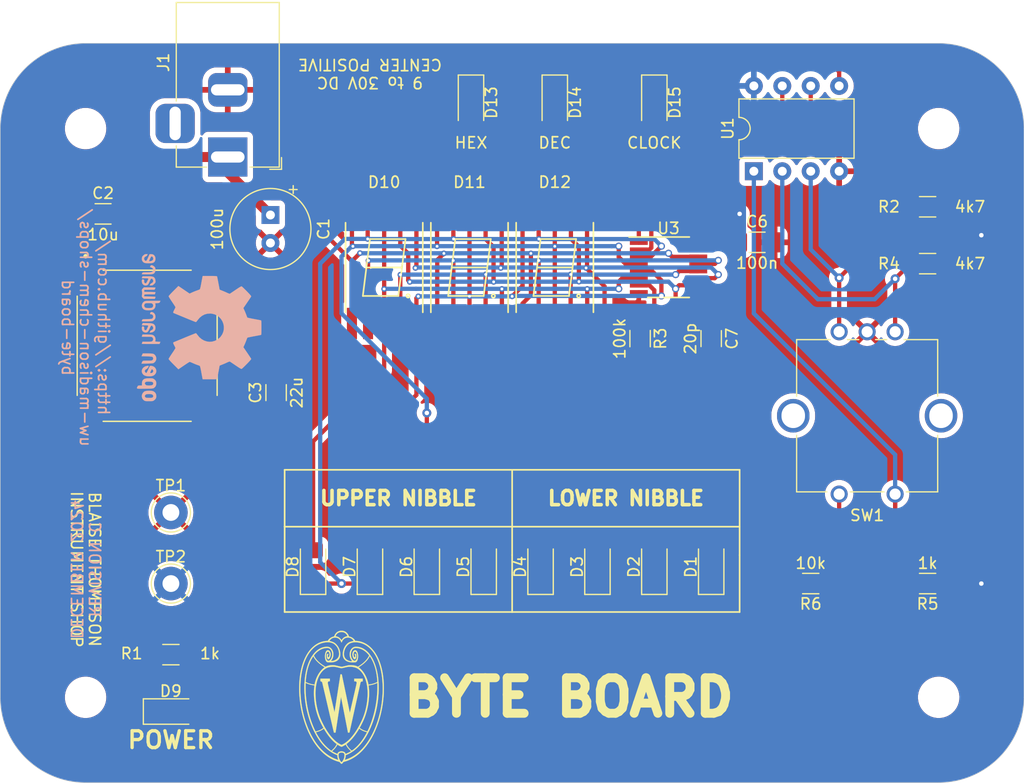
<source format=kicad_pcb>
(kicad_pcb (version 20221018) (generator pcbnew)
  (title_block (title "Byte Board") (date "2024-01-16") (rev "C") (company "University of Wisconsin-Madison") (comment 1 "Department of Chemistry") (comment 2 "Instrument Shop") (comment 3 "Blaise Thompson") (comment 4 "blaise.thompson@wisc.edu"))
  (layers (0 "F.Cu" signal) (31 "B.Cu" signal) (34 "B.Paste" user) (35 "F.Paste" user) (36 "B.SilkS" user "B.Silkscreen") (37 "F.SilkS" user "F.Silkscreen") (38 "B.Mask" user) (39 "F.Mask" user) (44 "Edge.Cuts" user))
  (net 0 "")
  (net 1 "+3V3")
  (net 2 "GND")
  (net 3 "Net-(U3-OSC)")
  (net 4 "Net-(U3-ISET)")
  (net 5 "/LED_driver/SEG3")
  (net 6 "/LED_driver/SEG2")
  (net 7 "/LED_driver/SEG1")
  (net 8 "/LED_driver/SEG0")
  (net 9 "/LED_driver/SEG8")
  (net 10 "/LED_driver/SEG7")
  (net 11 "/LED_driver/SEG6")
  (net 12 "/LED_driver/SEG5")
  (net 13 "/LED_driver/SEG4")
  (net 14 "Net-(PS1-+VIN)")
  (net 15 "Net-(D9-A)")
  (net 17 "B")
  (net 18 "A")
  (net 19 "SWITCH")
  (net 20 "Net-(R6-Pad1)")
  (net 21 "MOSI")
  (net 22 "CLK")
  (net 23 "CS")
  (footprint "Resistor_SMD:R_1206_3216Metric_Pad1.30x1.75mm_HandSolder" (layer "F.Cu") (at 147.6 61.595 180)
    (fp_text reference "R2" (at 3.455 0) (layer "F.SilkS"))
    (fp_text value "4k7" (at -3.784 0) (layer "F.SilkS"))
    (pad "1" smd roundrect (at -1.55 0 180) (size 1.3 1.75) (layers "F.Cu" "F.Paste" "F.Mask") (roundrect_rratio 0.1923076923) (net 1 "+3V3"))
    (pad "2" smd roundrect (at 1.55 0 180) (size 1.3 1.75) (layers "F.Cu" "F.Paste" "F.Mask") (roundrect_rratio 0.1923076923) (net 17 "B"))
  )
  (footprint "LED_SMD:LED_1206_3216Metric_Pad1.42x1.75mm_HandSolder" (layer "F.Cu") (at 123.19 93.7625 90)
    (fp_text reference "D2" (at 0 -1.82 90) (layer "F.SilkS"))
    (fp_text value "LED")
    (pad "1" smd roundrect (at -1.4875 0 90) (size 1.425 1.75) (layers "F.Cu" "F.Paste" "F.Mask") (roundrect_rratio 0.1754392982) (net 5 "/LED_driver/SEG3"))
    (pad "2" smd roundrect (at 1.4875 0 90) (size 1.425 1.75) (layers "F.Cu" "F.Paste" "F.Mask") (roundrect_rratio 0.1754392982) (net 10 "/LED_driver/SEG7"))
  )
  (footprint "TestPoint:TestPoint_THTPad_D3.0mm_Drill1.5mm" (layer "F.Cu") (at 80.01 88.9)
    (fp_text reference "TP1" (at 0 -2.398) (layer "F.SilkS"))
    (fp_text value "TestPoint")
    (pad "1" thru_hole circle (at 0 0) (size 3 3) (drill 1.5) (layers "*.Cu" "*.Mask") (net 2 "GND"))
  )
  (footprint "MountingHole:MountingHole_3.2mm_M3" (layer "F.Cu") (at 72.39 54.61)
    (fp_text reference "REF**" hide)
    (fp_text value "MountingHole_3.2mm_M3" hide)
    (pad "" np_thru_hole circle (at 0 0) (size 3.2 3.2) (drill 3.2) (layers "F&B.Cu" "*.Mask"))
  )
  (footprint "LED_SMD:LED_1206_3216Metric_Pad1.42x1.75mm_HandSolder" (layer "F.Cu") (at 92.71 93.7625 90)
    (fp_text reference "D8" (at 0 -1.82 90) (layer "F.SilkS"))
    (fp_text value "LED")
    (pad "1" smd roundrect (at -1.4875 0 90) (size 1.425 1.75) (layers "F.Cu" "F.Paste" "F.Mask") (roundrect_rratio 0.1754392982) (net 5 "/LED_driver/SEG3"))
    (pad "2" smd roundrect (at 1.4875 0 90) (size 1.425 1.75) (layers "F.Cu" "F.Paste" "F.Mask") (roundrect_rratio 0.1754392982) (net 8 "/LED_driver/SEG0"))
  )
  (footprint "LED_SMD:LED_1206_3216Metric_Pad1.42x1.75mm_HandSolder" (layer "F.Cu") (at 128.27 93.7625 90)
    (fp_text reference "D1" (at 0 -1.82 90) (layer "F.SilkS"))
    (fp_text value "LED")
    (pad "1" smd roundrect (at -1.4875 0 90) (size 1.425 1.75) (layers "F.Cu" "F.Paste" "F.Mask") (roundrect_rratio 0.1754392982) (net 5 "/LED_driver/SEG3"))
    (pad "2" smd roundrect (at 1.4875 0 90) (size 1.425 1.75) (layers "F.Cu" "F.Paste" "F.Mask") (roundrect_rratio 0.1754392982) (net 9 "/LED_driver/SEG8"))
  )
  (footprint "LED_SMD:LED_1206_3216Metric_Pad1.42x1.75mm_HandSolder" (layer "F.Cu") (at 106.815 52.2875 -90)
    (fp_text reference "D13" (at 0 -1.82 90) (layer "F.SilkS"))
    (fp_text value "HEX")
    (pad "1" smd roundrect (at -1.4875 0 270) (size 1.425 1.75) (layers "F.Cu" "F.Paste" "F.Mask") (roundrect_rratio 0.1754392982) (net 13 "/LED_driver/SEG4"))
    (pad "2" smd roundrect (at 1.4875 0 270) (size 1.425 1.75) (layers "F.Cu" "F.Paste" "F.Mask") (roundrect_rratio 0.1754392982) (net 8 "/LED_driver/SEG0"))
  )
  (footprint "Resistor_SMD:R_1206_3216Metric_Pad1.30x1.75mm_HandSolder" (layer "F.Cu") (at 147.6 66.675 180)
    (fp_text reference "R4" (at 3.455 0) (layer "F.SilkS"))
    (fp_text value "4k7" (at -3.784 0) (layer "F.SilkS"))
    (pad "1" smd roundrect (at -1.55 0 180) (size 1.3 1.75) (layers "F.Cu" "F.Paste" "F.Mask") (roundrect_rratio 0.1923076923) (net 1 "+3V3"))
    (pad "2" smd roundrect (at 1.55 0 180) (size 1.3 1.75) (layers "F.Cu" "F.Paste" "F.Mask") (roundrect_rratio 0.1923076923) (net 18 "A"))
  )
  (footprint "Resistor_SMD:R_1206_3216Metric_Pad1.30x1.75mm_HandSolder" (layer "F.Cu") (at 147.6 95.25 180)
    (fp_text reference "R5" (at 0 -1.82) (layer "F.SilkS"))
    (fp_text value "1k" (at 0 1.82) (layer "F.SilkS"))
    (pad "1" smd roundrect (at -1.55 0 180) (size 1.3 1.75) (layers "F.Cu" "F.Paste" "F.Mask") (roundrect_rratio 0.1923076923) (net 1 "+3V3"))
    (pad "2" smd roundrect (at 1.55 0 180) (size 1.3 1.75) (layers "F.Cu" "F.Paste" "F.Mask") (roundrect_rratio 0.1923076923) (net 19 "SWITCH"))
  )
  (footprint "Connector_BarrelJack:BarrelJack_Horizontal" (layer "F.Cu") (at 85.09 57.15 -90)
    (fp_text reference "J1" (at -8.45 5.75 90) (layer "F.SilkS"))
    (fp_text value "Barrel_Jack")
    (pad "1" thru_hole rect (at 0 0 270) (size 3.5 3.5) (drill oval 1 3) (layers "*.Cu" "*.Mask") (net 14 "Net-(PS1-+VIN)"))
    (pad "2" thru_hole roundrect (at -6 0 270) (size 3 3.5) (drill oval 1 3) (layers "*.Cu" "*.Mask") (net 2 "GND"))
    (pad "3" thru_hole roundrect (at -3 4.7 270) (size 3.5 3.5) (drill oval 3 1) (layers "*.Cu" "*.Mask"))
  )
  (footprint "Resistor_SMD:R_1206_3216Metric_Pad1.30x1.75mm_HandSolder" (layer "F.Cu") (at 121.92 73.3695 -90)
    (fp_text reference "R3" (at 0 -1.82 90) (layer "F.SilkS"))
    (fp_text value "100k" (at 0 1.82 90) (layer "F.SilkS"))
    (pad "1" smd roundrect (at -1.55 0 270) (size 1.3 1.75) (layers "F.Cu" "F.Paste" "F.Mask") (roundrect_rratio 0.1923076923) (net 4 "Net-(U3-ISET)"))
    (pad "2" smd roundrect (at 1.55 0 270) (size 1.3 1.75) (layers "F.Cu" "F.Paste" "F.Mask") (roundrect_rratio 0.1923076923) (net 2 "GND"))
  )
  (footprint "Capacitor_SMD:C_1206_3216Metric_Pad1.33x1.80mm_HandSolder" (layer "F.Cu") (at 73.9525 62.23)
    (fp_text reference "C2" (at 0 -1.85) (layer "F.SilkS"))
    (fp_text value "10u" (at 0 1.85) (layer "F.SilkS"))
    (pad "1" smd roundrect (at -1.5625 0) (size 1.325 1.8) (layers "F.Cu" "F.Paste" "F.Mask") (roundrect_rratio 0.1886792453) (net 14 "Net-(PS1-+VIN)"))
    (pad "2" smd roundrect (at 1.5625 0) (size 1.325 1.8) (layers "F.Cu" "F.Paste" "F.Mask") (roundrect_rratio 0.1886792453) (net 2 "GND"))
  )
  (footprint "Capacitor_SMD:C_1206_3216Metric_Pad1.33x1.80mm_HandSolder" (layer "F.Cu") (at 89.408 78.1935 90)
    (fp_text reference "C3" (at 0 -1.85 90) (layer "F.SilkS"))
    (fp_text value "22u" (at 0 1.85 90) (layer "F.SilkS"))
    (pad "1" smd roundrect (at -1.5625 0 90) (size 1.325 1.8) (layers "F.Cu" "F.Paste" "F.Mask") (roundrect_rratio 0.1886792453) (net 1 "+3V3"))
    (pad "2" smd roundrect (at 1.5625 0 90) (size 1.325 1.8) (layers "F.Cu" "F.Paste" "F.Mask") (roundrect_rratio 0.1886792453) (net 2 "GND"))
  )
  (footprint "MountingHole:MountingHole_3.2mm_M3" (layer "F.Cu") (at 148.59 105.41)
    (fp_text reference "REF**" hide)
    (fp_text value "MountingHole_3.2mm_M3" hide)
    (pad "" np_thru_hole circle (at 0 0) (size 3.2 3.2) (drill 3.2) (layers "F&B.Cu" "*.Mask"))
  )
  (footprint "footprints:ACSC02-41SURKWA-F01" (layer "F.Cu") (at 106.68 67.0195)
    (fp_text reference "D11" (at 0 -7.62) (layer "F.SilkS"))
    (fp_text value "ACSC02-41SURKWA-F01")
    (pad "1" smd rect (at -2.88 5) (size 0.9 2.8) (layers "F.Cu" "F.Paste" "F.Mask") (net 13 "/LED_driver/SEG4"))
    (pad "2" smd rect (at -1.44 5) (size 0.9 2.8) (layers "F.Cu" "F.Paste" "F.Mask") (net 12 "/LED_driver/SEG5"))
    (pad "3" smd rect (at 0 5) (size 0.9 2.8) (layers "F.Cu" "F.Paste" "F.Mask") (net 7 "/LED_driver/SEG1"))
    (pad "4" smd rect (at 1.44 5) (size 0.9 2.8) (layers "F.Cu" "F.Paste" "F.Mask") (net 11 "/LED_driver/SEG6"))
    (pad "5" smd rect (at 2.88 5) (size 0.9 2.8) (layers "F.Cu" "F.Paste" "F.Mask") (net 8 "/LED_driver/SEG0"))
    (pad "6" smd rect (at 2.88 -5) (size 0.9 2.8) (layers "F.Cu" "F.Paste" "F.Mask") (net 10 "/LED_driver/SEG7"))
    (pad "7" smd rect (at 1.44 -5) (size 0.9 2.8) (layers "F.Cu" "F.Paste" "F.Mask") (net 9 "/LED_driver/SEG8"))
    (pad "8" smd rect (at 0 -5) (size 0.9 2.8) (layers "F.Cu" "F.Paste" "F.Mask") (net 7 "/LED_driver/SEG1"))
    (pad "9" smd rect (at -1.44 -5) (size 0.9 2.8) (layers "F.Cu" "F.Paste" "F.Mask") (net 5 "/LED_driver/SEG3"))
    (pad "10" smd rect (at -2.88 -5) (size 0.9 2.8) (layers "F.Cu" "F.Paste" "F.Mask") (net 6 "/LED_driver/SEG2"))
  )
  (footprint "MountingHole:MountingHole_3.2mm_M3" (layer "F.Cu") (at 72.39 105.41)
    (fp_text reference "REF**" hide)
    (fp_text value "MountingHole_3.2mm_M3" hide)
    (pad "" np_thru_hole circle (at 0 0) (size 3.2 3.2) (drill 3.2) (layers "F&B.Cu" "*.Mask"))
  )
  (footprint "footprints:CONV_VXO7805-500-M" (layer "F.Cu") (at 77.89 74.01)
    (fp_text reference "PS1")
    (fp_text value "VXO7803-500-M")
    (pad "1" smd rect (at -5.5 -6) (size 2.5 2.5) (layers "F.Cu" "F.Paste" "F.Mask") (net 14 "Net-(PS1-+VIN)"))
    (pad "2" smd rect (at 5.5 -6) (size 2.5 2.5) (layers "F.Cu" "F.Paste" "F.Mask") (net 2 "GND"))
    (pad "3" smd rect (at 5.5 6) (size 2.5 2.5) (layers "F.Cu" "F.Paste" "F.Mask") (net 1 "+3V3"))
    (pad "4" smd rect (at -5.5 6) (size 2.5 2.5) (layers "F.Cu" "F.Paste" "F.Mask"))
  )
  (footprint "LED_SMD:LED_1206_3216Metric_Pad1.42x1.75mm_HandSolder" (layer "F.Cu") (at 123.19 52.2875 -90)
    (fp_text reference "D15" (at 0 -1.82 90) (layer "F.SilkS"))
    (fp_text value "CLOCK")
    (pad "1" smd roundrect (at -1.4875 0 270) (size 1.425 1.75) (layers "F.Cu" "F.Paste" "F.Mask") (roundrect_rratio 0.1754392982) (net 13 "/LED_driver/SEG4"))
    (pad "2" smd roundrect (at 1.4875 0 270) (size 1.425 1.75) (layers "F.Cu" "F.Paste" "F.Mask") (roundrect_rratio 0.1754392982) (net 6 "/LED_driver/SEG2"))
  )
  (footprint "Capacitor_SMD:C_1206_3216Metric_Pad1.33x1.80mm_HandSolder" (layer "F.Cu") (at 132.3725 64.77)
    (fp_text reference "C6" (at 0 -1.85) (layer "F.SilkS"))
    (fp_text value "100n" (at 0 1.85) (layer "F.SilkS"))
    (pad "1" smd roundrect (at -1.5625 0) (size 1.325 1.8) (layers "F.Cu" "F.Paste" "F.Mask") (roundrect_rratio 0.1886792453) (net 1 "+3V3"))
    (pad "2" smd roundrect (at 1.5625 0) (size 1.325 1.8) (layers "F.Cu" "F.Paste" "F.Mask") (roundrect_rratio 0.1886792453) (net 2 "GND"))
  )
  (footprint "TestPoint:TestPoint_THTPad_D3.0mm_Drill1.5mm" (layer "F.Cu") (at 80.01 95.25)
    (fp_text reference "TP2" (at 0 -2.398) (layer "F.SilkS"))
    (fp_text value "TestPoint")
    (pad "1" thru_hole circle (at 0 0) (size 3 3) (drill 1.5) (layers "*.Cu" "*.Mask") (net 1 "+3V3"))
  )
  (footprint "LED_SMD:LED_1206_3216Metric_Pad1.42x1.75mm_HandSolder" (layer "F.Cu") (at 118.11 93.7625 90)
    (fp_text reference "D3" (at 0 -1.82 90) (layer "F.SilkS"))
    (fp_text value "LED")
    (pad "1" smd roundrect (at -1.4875 0 90) (size 1.425 1.75) (layers "F.Cu" "F.Paste" "F.Mask") (roundrect_rratio 0.1754392982) (net 5 "/LED_driver/SEG3"))
    (pad "2" smd roundrect (at 1.4875 0 90) (size 1.425 1.75) (layers "F.Cu" "F.Paste" "F.Mask") (roundrect_rratio 0.1754392982) (net 11 "/LED_driver/SEG6"))
  )
  (footprint "LED_SMD:LED_1206_3216Metric_Pad1.42x1.75mm_HandSolder" (layer "F.Cu") (at 102.87 93.7625 90)
    (fp_text reference "D6" (at 0 -1.82 90) (layer "F.SilkS"))
    (fp_text value "LED")
    (pad "1" smd roundrect (at -1.4875 0 90) (size 1.425 1.75) (layers "F.Cu" "F.Paste" "F.Mask") (roundrect_rratio 0.1754392982) (net 5 "/LED_driver/SEG3"))
    (pad "2" smd roundrect (at 1.4875 0 90) (size 1.425 1.75) (layers "F.Cu" "F.Paste" "F.Mask") (roundrect_rratio 0.1754392982) (net 6 "/LED_driver/SEG2"))
  )
  (footprint "MountingHole:MountingHole_3.2mm_M3" (layer "F.Cu") (at 148.59 54.61)
    (fp_text reference "REF**" hide)
    (fp_text value "MountingHole_3.2mm_M3" hide)
    (pad "" np_thru_hole circle (at 0 0) (size 3.2 3.2) (drill 3.2) (layers "F&B.Cu" "*.Mask"))
  )
  (footprint "footprints:ACSC02-41SURKWA-F01" (layer "F.Cu") (at 114.3 67.0175)
    (fp_text reference "D12" (at 0 -7.62) (layer "F.SilkS"))
    (fp_text value "ACSC02-41SURKWA-F01")
    (pad "1" smd rect (at -2.88 5) (size 0.9 2.8) (layers "F.Cu" "F.Paste" "F.Mask") (net 13 "/LED_driver/SEG4"))
    (pad "2" smd rect (at -1.44 5) (size 0.9 2.8) (layers "F.Cu" "F.Paste" "F.Mask") (net 12 "/LED_driver/SEG5"))
    (pad "3" smd rect (at 0 5) (size 0.9 2.8) (layers "F.Cu" "F.Paste" "F.Mask") (net 6 "/LED_driver/SEG2"))
    (pad "4" smd rect (at 1.44 5) (size 0.9 2.8) (layers "F.Cu" "F.Paste" "F.Mask") (net 11 "/LED_driver/SEG6"))
    (pad "5" smd rect (at 2.88 5) (size 0.9 2.8) (layers "F.Cu" "F.Paste" "F.Mask") (net 8 "/LED_driver/SEG0"))
    (pad "6" smd rect (at 2.88 -5) (size 0.9 2.8) (layers "F.Cu" "F.Paste" "F.Mask") (net 10 "/LED_driver/SEG7"))
    (pad "7" smd rect (at 1.44 -5) (size 0.9 2.8) (layers "F.Cu" "F.Paste" "F.Mask") (net 9 "/LED_driver/SEG8"))
    (pad "8" smd rect (at 0 -5) (size 0.9 2.8) (layers "F.Cu" "F.Paste" "F.Mask") (net 6 "/LED_driver/SEG2"))
    (pad "9" smd rect (at -1.44 -5) (size 0.9 2.8) (layers "F.Cu" "F.Paste" "F.Mask") (net 5 "/LED_driver/SEG3"))
    (pad "10" smd rect (at -2.88 -5) (size 0.9 2.8) (layers "F.Cu" "F.Paste" "F.Mask") (net 7 "/LED_driver/SEG1"))
  )
  (footprint "LED_SMD:LED_1206_3216Metric_Pad1.42x1.75mm_HandSolder" (layer "F.Cu") (at 107.95 93.7625 90)
    (fp_text reference "D5" (at 0 -1.82 90) (layer "F.SilkS"))
    (fp_text value "LED")
    (pad "1" smd roundrect (at -1.4875 0 90) (size 1.425 1.75) (layers "F.Cu" "F.Paste" "F.Mask") (roundrect_rratio 0.1754392982) (net 5 "/LED_driver/SEG3"))
    (pad "2" smd roundrect (at 1.4875 0 90) (size 1.425 1.75) (layers "F.Cu" "F.Paste" "F.Mask") (roundrect_rratio 0.1754392982) (net 13 "/LED_driver/SEG4"))
  )
  (footprint "Capacitor_THT:CP_Radial_Tantal_D7.0mm_P2.50mm" (layer "F.Cu") (at 88.9 62.329861 -90)
    (fp_text reference "C1" (at 1.25 -4.75 90) (layer "F.SilkS"))
    (fp_text value "100u" (at 1.25 4.75 90) (layer "F.SilkS"))
    (pad "1" thru_hole rect (at 0 0 270) (size 1.6 1.6) (drill 0.8) (layers "*.Cu" "*.Mask") (net 14 "Net-(PS1-+VIN)"))
    (pad "2" thru_hole circle (at 2.5 0 270) (size 1.6 1.6) (drill 0.8) (layers "*.Cu" "*.Mask") (net 2 "GND"))
  )
  (footprint "LED_SMD:LED_1206_3216Metric_Pad1.42x1.75mm_HandSolder" (layer "F.Cu") (at 114.3 52.2875 -90)
    (fp_text reference "D14" (at 0 -1.82 90) (layer "F.SilkS"))
    (fp_text value "DEC")
    (pad "1" smd roundrect (at -1.4875 0 270) (size 1.425 1.75) (layers "F.Cu" "F.Paste" "F.Mask") (roundrect_rratio 0.1754392982) (net 13 "/LED_driver/SEG4"))
    (pad "2" smd roundrect (at 1.4875 0 270) (size 1.425 1.75) (layers "F.Cu" "F.Paste" "F.Mask") (roundrect_rratio 0.1754392982) (net 7 "/LED_driver/SEG1"))
  )
  (footprint "Resistor_SMD:R_1206_3216Metric_Pad1.30x1.75mm_HandSolder" (layer "F.Cu") (at 80.01 101.6)
    (fp_text reference "R1" (at -3.51 -0.1) (layer "F.SilkS"))
    (fp_text value "1k" (at 3.49 -0.1) (layer "F.SilkS"))
    (pad "1" smd roundrect (at -1.55 0) (size 1.3 1.75) (layers "F.Cu" "F.Paste" "F.Mask") (roundrect_rratio 0.1923076923) (net 1 "+3V3"))
    (pad "2" smd roundrect (at 1.55 0) (size 1.3 1.75) (layers "F.Cu" "F.Paste" "F.Mask") (roundrect_rratio 0.1923076923) (net 15 "Net-(D9-A)"))
  )
  (footprint "footprints:logo" (layer "F.Cu") (at 95.25 105.41)
    (fp_text reference "G***" hide)
    (fp_text value "LOGO" hide)
  )
  (footprint "Package_DIP:DIP-8_W7.62mm" (layer "F.Cu") (at 132.08 58.42 90)
    (fp_text reference "U1" (at 3.81 -2.33 90) (layer "F.SilkS"))
    (fp_text value "ATtiny85-20P")
    (pad "1" thru_hole rect (at 0 0 90) (size 1.6 1.6) (drill 0.8) (layers "*.Cu" "*.Mask") (net 19 "SWITCH"))
    (pad "2" thru_hole oval (at 0 2.54 90) (size 1.6 1.6) (drill 0.8) (layers "*.Cu" "*.Mask") (net 18 "A"))
    (pad "3" thru_hole oval (at 0 5.08 90) (size 1.6 1.6) (drill 0.8) (layers "*.Cu" "*.Mask") (net 17 "B"))
    (pad "4" thru_hole oval (at 0 7.62 90) (size 1.6 1.6) (drill 0.8) (layers "*.Cu" "*.Mask") (net 2 "GND"))
    (pad "5" thru_hole oval (at 7.62 7.62 90) (size 1.6 1.6) (drill 0.8) (layers "*.Cu" "*.Mask") (net 21 "MOSI"))
    (pad "6" thru_hole oval (at 7.62 5.08 90) (size 1.6 1.6) (drill 0.8) (layers "*.Cu" "*.Mask") (net 23 "CS"))
    (pad "7" thru_hole oval (at 7.62 2.54 90) (size 1.6 1.6) (drill 0.8) (layers "*.Cu" "*.Mask") (net 22 "CLK"))
    (pad "8" thru_hole oval (at 7.62 0 90) (size 1.6 1.6) (drill 0.8) (layers "*.Cu" "*.Mask") (net 1 "+3V3"))
  )
  (footprint "Rotary_Encoder:RotaryEncoder_Bourns_Vertical_PEC12R-3xxxF-Sxxxx" (layer "F.Cu") (at 144.7 72.76 -90)
    (fp_text reference "SW1" (at 16.4 2.5) (layer "F.SilkS"))
    (fp_text value "RotaryEncoder_Switch")
    (pad "A" thru_hole circle (at 0 0 180) (size 1.524 1.524) (drill 1) (layers "*.Cu" "*.Mask") (net 18 "A"))
    (pad "B" thru_hole circle (at 0 5 180) (size 1.524 1.524) (drill 1) (layers "*.Cu" "*.Mask") (net 17 "B"))
    (pad "C" thru_hole circle (at 0 2.5 180) (size 1.524 1.524) (drill 1) (layers "*.Cu" "*.Mask") (net 2 "GND"))
    (pad "S1" thru_hole circle (at 14.5 0 180) (size 1.524 1.524) (drill 1) (layers "*.Cu" "*.Mask") (net 19 "SWITCH"))
    (pad "S2" thru_hole circle (at 14.5 5 180) (size 1.524 1.524) (drill 1) (layers "*.Cu" "*.Mask") (net 20 "Net-(R6-Pad1)"))
    (pad "SH" thru_hole oval (at 7.5 -4.1 180) (size 2.9 3) (drill oval 2.1 2.2) (layers "*.Cu" "*.Mask"))
    (pad "SH" thru_hole oval (at 7.5 9.1 180) (size 2.9 3) (drill oval 2.1 2.2) (layers "*.Cu" "*.Mask"))
  )
  (footprint "Resistor_SMD:R_1206_3216Metric_Pad1.30x1.75mm_HandSolder" (layer "F.Cu") (at 137.16 95.25 180)
    (fp_text reference "R6" (at 0 -1.82) (layer "F.SilkS"))
    (fp_text value "10k" (at 0 1.82) (layer "F.SilkS"))
    (pad "1" smd roundrect (at -1.55 0 180) (size 1.3 1.75) (layers "F.Cu" "F.Paste" "F.Mask") (roundrect_rratio 0.1923076923) (net 20 "Net-(R6-Pad1)"))
    (pad "2" smd roundrect (at 1.55 0 180) (size 1.3 1.75) (layers "F.Cu" "F.Paste" "F.Mask") (roundrect_rratio 0.1923076923) (net 2 "GND"))
  )
  (footprint "footprints:ACSC02-41SURKWA-F01" (layer "F.Cu") (at 99.06 67.0195)
    (fp_text reference "D10" (at 0 -7.62) (layer "F.SilkS"))
    (fp_text value "ACSC02-41SURKWA-F01")
    (pad "1" smd rect (at -2.88 5) (size 0.9 2.8) (layers "F.Cu" "F.Paste" "F.Mask") (net 13 "/LED_driver/SEG4"))
    (pad "2" smd rect (at -1.44 5) (size 0.9 2.8) (layers "F.Cu" "F.Paste" "F.Mask") (net 12 "/LED_driver/SEG5"))
    (pad "3" smd rect (at 0 5) (size 0.9 2.8) (layers "F.Cu" "F.Paste" "F.Mask") (net 8 "/LED_driver/SEG0"))
    (pad "4" smd rect (at 1.44 5) (size 0.9 2.8) (layers "F.Cu" "F.Paste" "F.Mask") (net 11 "/LED_driver/SEG6"))
    (pad "5" smd rect (at 2.88 5) (size 0.9 2.8) (layers "F.Cu" "F.Paste" "F.Mask") (net 7 "/LED_driver/SEG1"))
    (pad "6" smd rect (at 2.88 -5) (size 0.9 2.8) (layers "F.Cu" "F.Paste" "F.Mask") (net 10 "/LED_driver/SEG7"))
    (pad "7" smd rect (at 1.44 -5) (size 0.9 2.8) (layers "F.Cu" "F.Paste" "F.Mask") (net 9 "/LED_driver/SEG8"))
    (pad "8" smd rect (at 0 -5) (size 0.9 2.8) (layers "F.Cu" "F.Paste" "F.Mask") (net 8 "/LED_driver/SEG0"))
    (pad "9" smd rect (at -1.44 -5) (size 0.9 2.8) (layers "F.Cu" "F.Paste" "F.Mask") (net 5 "/LED_driver/SEG3"))
    (pad "10" smd rect (at -2.88 -5) (size 0.9 2.8) (layers "F.Cu" "F.Paste" "F.Mask") (net 6 "/LED_driver/SEG2"))
  )
  (footprint "LED_SMD:LED_1206_3216Metric_Pad1.42x1.75mm_HandSolder" (layer "F.Cu") (at 97.79 93.7625 90)
    (fp_text reference "D7" (at 0 -1.82 90) (layer "F.SilkS"))
    (fp_text value "LED")
    (pad "1" smd roundrect (at -1.4875 0 90) (size 1.425 1.75) (layers "F.Cu" "F.Paste" "F.Mask") (roundrect_rratio 0.1754392982) (net 5 "/LED_driver/SEG3"))
    (pad "2" smd roundrect (at 1.4875 0 90) (size 1.425 1.75) (layers "F.Cu" "F.Paste" "F.Mask") (roundrect_rratio 0.1754392982) (net 7 "/LED_driver/SEG1"))
  )
  (footprint "LED_SMD:LED_1206_3216Metric_Pad1.42x1.75mm_HandSolder" (layer "F.Cu") (at 113.03 93.7625 90)
    (fp_text reference "D4" (at 0 -1.82 90) (layer "F.SilkS"))
    (fp_text value "LED")
    (pad "1" smd roundrect (at -1.4875 0 90) (size 1.425 1.75) (layers "F.Cu" "F.Paste" "F.Mask") (roundrect_rratio 0.1754392982) (net 5 "/LED_driver/SEG3"))
    (pad "2" smd roundrect (at 1.4875 0 90) (size 1.425 1.75) (layers "F.Cu" "F.Paste" "F.Mask") (roundrect_rratio 0.1754392982) (net 12 "/LED_driver/SEG5"))
  )
  (footprint "LED_SMD:LED_1206_3216Metric_Pad1.42x1.75mm_HandSolder" (layer "F.Cu") (at 80.01 106.68)
    (fp_text reference "D9" (at -0.01 -1.82) (layer "F.SilkS"))
    (fp_text value "LED")
    (pad "1" smd roundrect (at -1.4875 0) (size 1.425 1.75) (layers "F.Cu" "F.Paste" "F.Mask") (roundrect_rratio 0.1754392982) (net 2 "GND"))
    (pad "2" smd roundrect (at 1.4875 0) (size 1.425 1.75) (layers "F.Cu" "F.Paste" "F.Mask") (roundrect_rratio 0.1754392982) (net 15 "Net-(D9-A)"))
  )
  (footprint "Capacitor_SMD:C_1206_3216Metric_Pad1.33x1.80mm_HandSolder" (layer "F.Cu") (at 128.27 73.3695 -90)
    (fp_text reference "C7" (at 0 -1.85 90) (layer "F.SilkS"))
    (fp_text value "20p" (at 0 1.85 90) (layer "F.SilkS"))
    (pad "1" smd roundrect (at -1.5625 0 270) (size 1.325 1.8) (layers "F.Cu" "F.Paste" "F.Mask") (roundrect_rratio 0.1886792453) (net 3 "Net-(U3-OSC)"))
    (pad "2" smd roundrect (at 1.5625 0 270) (size 1.325 1.8) (layers "F.Cu" "F.Paste" "F.Mask") (roundrect_rratio 0.1886792453) (net 2 "GND"))
  )
  (footprint "Package_SO:QSOP-16_3.9x4.9mm_P0.635mm" (layer "F.Cu") (at 124.46 67.0195)
    (fp_text reference "U3" (at 0 -3.5) (layer "F.SilkS"))
    (fp_text value "MAX6951")
    (pad "1" smd rect (at -2.6543 -2.2225) (size 1.6 0.41) (layers "F.Cu" "F.Paste" "F.Mask") (net 21 "MOSI"))
    (pad "2" smd rect (at -2.6543 -1.5875) (size 1.6 0.41) (layers "F.Cu" "F.Paste" "F.Mask") (net 22 "CLK"))
    (pad "3" smd rect (at -2.6543 -0.9525) (size 1.6 0.41) (layers "F.Cu" "F.Paste" "F.Mask") (net 5 "/LED_driver/SEG3"))
    (pad "4" smd rect (at -2.6543 -0.3175) (size 1.6 0.41) (layers "F.Cu" "F.Paste" "F.Mask") (net 6 "/LED_driver/SEG2"))
    (pad "5" smd rect (at -2.6543 0.3175) (size 1.6 0.41) (layers "F.Cu" "F.Paste" "F.Mask") (net 7 "/LED_driver/SEG1"))
    (pad "6" smd rect (at -2.6543 0.9525) (size 1.6 0.41) (layers "F.Cu" "F.Paste" "F.Mask") (net 8 "/LED_driver/SEG0"))
    (pad "7" smd rect (at -2.6543 1.5875) (size 1.6 0.41) (layers "F.Cu" "F.Paste" "F.Mask") (net 4 "Net-(U3-ISET)"))
    (pad "8" smd rect (at -2.6543 2.2225) (size 1.6 0.41) (layers "F.Cu" "F.Paste" "F.Mask") (net 2 "GND"))
    (pad "9" smd rect (at 2.6543 2.2225) (size 1.6 0.41) (layers "F.Cu" "F.Paste" "F.Mask") (net 3 "Net-(U3-OSC)"))
    (pad "10" smd rect (at 2.6543 1.5875) (size 1.6 0.41) (layers "F.Cu" "F.Paste" "F.Mask") (net 9 "/LED_driver/SEG8"))
    (pad "11" smd rect (at 2.6543 0.9525) (size 1.6 0.41) (layers "F.Cu" "F.Paste" "F.Mask") (net 10 "/LED_driver/SEG7"))
    (pad "12" smd rect (at 2.6543 0.3175) (size 1.6 0.41) (layers "F.Cu" "F.Paste" "F.Mask") (net 11 "/LED_driver/SEG6"))
    (pad "13" smd rect (at 2.6543 -0.3175) (size 1.6 0.41) (layers "F.Cu" "F.Paste" "F.Mask") (net 12 "/LED_driver/SEG5"))
    (pad "14" smd rect (at 2.6543 -0.9525) (size 1.6 0.41) (layers "F.Cu" "F.Paste" "F.Mask") (net 13 "/LED_driver/SEG4"))
    (pad "15" smd rect (at 2.6543 -1.5875) (size 1.6 0.41) (layers "F.Cu" "F.Paste" "F.Mask") (net 23 "CS"))
    (pad "16" smd rect (at 2.6543 -2.2225) (size 1.6 0.41) (layers "F.Cu" "F.Paste" "F.Mask") (net 1 "+3V3"))
  )
  (footprint "Symbol:OSHW-Logo2_14.6x12mm_SilkScreen" (layer "B.Cu") (at 82.55 72.39 90)
    (fp_text reference "REF**" hide)
    (fp_text value "OSHW-Logo2_14.6x12mm_SilkScreen" hide)
  )
  (gr_line (start 90.17 90.17) (end 90.17 97.79) (stroke (width 0.15)) (layer "F.SilkS"))
  (gr_line (start 110.49 90.17) (end 90.17 90.17) (stroke (width 0.15)) (layer "F.SilkS"))
  (gr_line (start 90.17 90.17) (end 90.17 85.09) (stroke (width 0.15)) (layer "F.SilkS"))
  (gr_line (start 110.49 92.71) (end 110.49 97.79) (stroke (width 0.15)) (layer "F.SilkS"))
  (gr_line (start 130.81 85.09) (end 130.81 90.17) (stroke (width 0.15)) (layer "F.SilkS"))
  (gr_line (start 90.17 85.09) (end 130.81 85.09) (stroke (width 0.15)) (layer "F.SilkS"))
  (gr_line (start 110.49 90.17) (end 110.49 92.71) (stroke (width 0.15)) (layer "F.SilkS"))
  (gr_line (start 130.81 97.79) (end 130.81 92.71) (stroke (width 0.15)) (layer "F.SilkS"))
  (gr_line (start 110.49 90.17) (end 110.49 85.09) (stroke (width 0.15)) (layer "F.SilkS"))
  (gr_line (start 130.81 92.71) (end 130.81 90.17) (stroke (width 0.15)) (layer "F.SilkS"))
  (gr_line (start 130.81 90.17) (end 110.49 90.17) (stroke (width 0.15)) (layer "F.SilkS"))
  (gr_line (start 90.17 97.79) (end 110.49 97.79) (stroke (width 0.15)) (layer "F.SilkS"))
  (gr_line (start 110.49 97.79) (end 130.81 97.79) (stroke (width 0.15)) (layer "F.SilkS"))
  (gr_line (start 64.77 54.61) (end 64.77 105.41) (stroke (width 0.05)) (layer "Edge.Cuts"))
  (gr_arc (start 64.77 54.61) (mid 67.001846 49.221846) (end 72.39 46.99) (stroke (width 0.05)) (layer "Edge.Cuts"))
  (gr_arc (start 72.39 113.03) (mid 67.001846 110.798154) (end 64.77 105.41) (stroke (width 0.05)) (layer "Edge.Cuts"))
  (gr_line (start 156.21 54.61) (end 156.21 105.41) (stroke (width 0.05)) (layer "Edge.Cuts"))
  (gr_line (start 148.59 46.99) (end 72.39 46.99) (stroke (width 0.05)) (layer "Edge.Cuts"))
  (gr_line (start 72.39 113.03) (end 148.59 113.03) (stroke (width 0.05)) (layer "Edge.Cuts"))
  (gr_arc (start 156.21 105.41) (mid 153.978154 110.798154) (end 148.59 113.03) (stroke (width 0.05)) (layer "Edge.Cuts"))
  (gr_arc (start 148.59 46.99) (mid 153.978154 49.221846) (end 156.21 54.61) (stroke (width 0.05)) (layer "Edge.Cuts"))
  (gr_text "https://github.com/\nuw-madison-chem-shops/\nbyte-board" (at 72.39 72.39 -90) (layer "B.SilkS") (effects (font (size 1 1)) (justify mirror)))
  (gr_text "REVISION C\nDECEMBER 2024" (at 72.39 93.98 270) (layer "B.SilkS") (effects (font (size 1 1)) (justify mirror)))
  (gr_text "BLAISE THOMPSON\nINSTRUMENT SHOP" (at 72.39 93.98 270) (layer "F.SilkS") (effects (font (size 1 1))))
  (gr_text "CLOCK" (at 123.19 55.88) (layer "F.SilkS") (effects (font (size 1 1))))
  (gr_text "BYTE BOARD" (at 115.57 105.41) (layer "F.SilkS") (effects (font (size 3.175 3.175) (thickness 0.79375) bold)))
  (gr_text "POWER" (at 80.01 109.22) (layer "F.SilkS") (effects (font (size 1.5 1.5) (thickness 0.3) bold)))
  (gr_text "9 to 30V DC\nCENTER POSITIVE" (at 97.79 49.7 180) (layer "F.SilkS") (effects (font (size 1 1))))
  (gr_text "DEC" (at 114.3 55.88) (layer "F.SilkS") (effects (font (size 1 1))))
  (gr_text "HEX" (at 106.815 55.88) (layer "F.SilkS") (effects (font (size 1 1))))
  (gr_text "UPPER NIBBLE" (at 100.33 87.63) (layer "F.SilkS") (effects (font (size 1.27 1.27) (thickness 0.3175) bold)))
  (gr_text "LOWER NIBBLE" (at 120.65 87.63) (layer "F.SilkS") (effects (font (size 1.27 1.27) (thickness 0.3175) bold)))
  (segment (start 80.01 95.25) (end 83.39 91.87) (width 0.381) (layer "F.Cu") (net 1))
  (segment (start 130.81 64.77) (end 130.81 62.23) (width 0.381) (layer "F.Cu") (net 1))
  (segment (start 83.39 80.44) (end 83.39 80.01) (width 0.25) (layer "F.Cu") (net 1))
  (segment (start 130.81 64.77) (end 127.1413 64.77) (width 0.381) (layer "F.Cu") (net 1))
  (segment (start 78.46 101.6) (end 78.46 96.8) (width 0.381) (layer "F.Cu") (net 1))
  (segment (start 89.408 79.756) (end 89.154 80.01) (width 0.381) (layer "F.Cu") (net 1))
  (segment (start 149.15 95.25) (end 152.4 95.25) (width 0.381) (layer "F.Cu") (net 1))
  (segment (start 149.15 64.135) (end 149.15 66.675) (width 0.381) (layer "F.Cu") (net 1))
  (segment (start 78.46 96.8) (end 80.01 95.25) (width 0.381) (layer "F.Cu") (net 1))
  (segment (start 83.39 91.87) (end 83.39 80.01) (width 0.381) (layer "F.Cu") (net 1))
  (segment (start 89.154 80.01) (end 83.39 80.01) (width 0.381) (layer "F.Cu") (net 1))
  (segment (start 127.1413 64.77) (end 127.1143 64.797) (width 0.381) (layer "F.Cu") (net 1))
  (segment (start 149.15 64.135) (end 152.4 64.135) (width 0.381) (layer "F.Cu") (net 1))
  (segment (start 149.15 61.595) (end 149.15 64.135) (width 0.381) (layer "F.Cu") (net 1))
  (via (at 130.81 62.23) (size 0.8) (drill 0.4) (layers "F.Cu" "B.Cu") (net 1))
  (via (at 152.4 95.25) (size 0.8) (drill 0.4) (layers "F.Cu" "B.Cu") (net 1))
  (via (at 152.4 64.135) (size 0.8) (drill 0.4) (layers "F.Cu" "B.Cu") (net 1))
  (segment (start 120.648 70.3195) (end 120.394 70.5735) (width 0.381) (layer "F.Cu") (net 2))
  (segment (start 121.41 70.3195) (end 120.648 70.3195) (width 0.381) (layer "F.Cu") (net 2))
  (segment (start 121.8037 69.24) (end 121.8037 69.9258) (width 0.381) (layer "F.Cu") (net 2))
  (segment (start 121.8037 69.9258) (end 121.41 70.3195) (width 0.381) (layer "F.Cu") (net 2))
  (segment (start 127.1143 69.242) (end 127.1143 70.6513) (width 0.381) (layer "F.Cu") (net 3))
  (segment (start 127.1143 70.6513) (end 128.27 71.807) (width 0.381) (layer "F.Cu") (net 3))
  (segment (start 121.918 71.8175) (end 121.944 71.8175) (width 0.381) (layer "F.Cu") (net 4))
  (segment (start 123.188 69.047798) (end 122.745202 68.605) (width 0.381) (layer "F.Cu") (net 4))
  (segment (start 121.944 71.8175) (end 123.188 70.5735) (width 0.381) (layer "F.Cu") (net 4))
  (segment (start 123.188 70.5735) (end 123.188 69.047798) (width 0.381) (layer "F.Cu") (net 4))
  (segment (start 122.745202 68.605) (end 121.8037 68.605) (width 0.381) (layer "F.Cu") (net 4))
  (segment (start 112.86 62.0175) (end 112.86 64.4476) (width 0.381) (layer "F.Cu") (net 5))
  (segment (start 105.24 62.0195) (end 105.24 64.4476) (width 0.381) (layer "F.Cu") (net 5))
  (segment (start 112.86 64.4476) (end 112.8776 64.4652) (width 0.381) (layer "F.Cu") (net 5))
  (segment (start 97.5868 62.0527) (end 97.62 62.0195) (width 0.381) (layer "F.Cu") (net 5))
  (segment (start 123.823 65.1125) (end 122.8705 66.065) (width 0.381) (layer "F.Cu") (net 5))
  (segment (start 122.8705 66.065) (end 121.8037 66.065) (width 0.381) (layer "F.Cu") (net 5))
  (segment (start 92.71 95.25) (end 95.25 95.25) (width 0.381) (layer "F.Cu") (net 5))
  (segment (start 95.25 95.25) (end 128.27 95.25) (width 0.381) (layer "F.Cu") (net 5))
  (segment (start 97.5868 64.4652) (end 97.5868 62.0527) (width 0.381) (layer "F.Cu") (net 5))
  (segment (start 105.24 64.4476) (end 105.2576 64.4652) (width 0.381) (layer "F.Cu") (net 5))
  (via (at 105.2576 64.4652) (size 0.508) (drill 0.254) (layers "F.Cu" "B.Cu") (net 5))
  (via (at 97.5868 64.4652) (size 0.508) (drill 0.254) (layers "F.Cu" "B.Cu") (net 5))
  (via (at 123.823 65.1125) (size 0.635) (drill 0.4) (layers "F.Cu" "B.Cu") (net 5))
  (via (at 112.8776 64.4652) (size 0.508) (drill 0.254) (layers "F.Cu" "B.Cu") (net 5))
  (via (at 95.25 95.25) (size 0.8) (drill 0.4) (layers "F.Cu" "B.Cu") (net 5))
  (segment (start 95.5548 64.4652) (end 93.345 66.675) (width 0.381) (layer "B.Cu") (net 5))
  (segment (start 93.345 66.675) (end 93.345 93.345) (width 0.381) (layer "B.Cu") (net 5))
  (segment (start 105.154 64.4775) (end 114.298 64.4775) (width 0.381) (layer "B.Cu") (net 5))
  (segment (start 97.534 64.4775) (end 105.154 64.4775) (width 0.381) (layer "B.Cu") (net 5))
  (segment (start 123.188 64.4775) (end 123.823 65.1125) (width 0.381) (layer "B.Cu") (net 5))
  (segment (start 93.345 93.345) (end 95.25 95.25) (width 0.381) (layer "B.Cu") (net 5))
  (segment (start 97.5868 64.4652) (end 95.5548 64.4652) (width 0.381) (layer "B.Cu") (net 5))
  (segment (start 114.298 64.4775) (end 123.188 64.4775) (width 0.381) (layer "B.Cu") (net 5))
  (segment (start 114.3 59.69) (end 114.3 62.0175) (width 0.381) (layer "F.Cu") (net 6))
  (segment (start 103.7844 65.1256) (end 103.7844 62.0351) (width 0.381) (layer "F.Cu") (net 6))
  (segment (start 121.8037 66.7) (end 120.6227 66.7) (width 0.381) (layer "F.Cu") (net 6))
  (segment (start 120.013 66.0903) (end 120.013 65.1125) (width 0.381) (layer "F.Cu") (net 6))
  (segment (start 96.18 65.0396) (end 96.266 65.1256) (width 0.381) (layer "F.Cu") (net 6))
  (segment (start 123.19 53.775) (end 120.215 53.775) (width 0.381) (layer "F.Cu") (net 6))
  (segment (start 114.3 72.0175) (end 114.3 65.1256) (width 0.381) (layer "F.Cu") (net 6))
  (segment (start 103.7844 62.0351) (end 103.8 62.0195) (width 0.381) (layer "F.Cu") (net 6))
  (segment (start 102.87 92.275) (end 102.87 80.01) (width 0.381) (layer "F.Cu") (net 6))
  (segment (start 96.18 62.0195) (end 96.18 65.0396) (width 0.381) (layer "F.Cu") (net 6))
  (segment (start 120.215 53.775) (end 114.3 59.69) (width 0.381) (layer "F.Cu") (net 6))
  (segment (start 114.3 65.1256) (end 114.3 62.0175) (width 0.381) (layer "F.Cu") (net 6))
  (segment (start 120.6227 66.7) (end 120.013 66.0903) (width 0.381) (layer "F.Cu") (net 6))
  (via (at 102.87 80.01) (size 0.8) (drill 0.4) (layers "F.Cu" "B.Cu") (net 6))
  (via (at 96.266 65.1256) (size 0.508) (drill 0.254) (layers "F.Cu" "B.Cu") (net 6))
  (via (at 114.3 65.1256) (size 0.508) (drill 0.254) (layers "F.Cu" "B.Cu") (net 6))
  (via (at 120.013 65.1125) (size 0.635) (drill 0.4) (layers "F.Cu" "B.Cu") (net 6))
  (via (at 103.7844 65.1256) (size 0.508) (drill 0.254) (layers "F.Cu" "B.Cu") (net 6))
  (segment (start 96.266 65.1256) (end 96.2565 65.1351) (width 0.381) (layer "B.Cu") (net 6))
  (segment (start 95.25 71.12) (end 102.87 78.74) (width 0.381) (layer "B.Cu") (net 6))
  (segment (start 120.013 65.1125) (end 119.378 65.1125) (width 0.381) (layer "B.Cu") (net 6))
  (segment (start 96.1549 65.1351) (end 95.25 66.04) (width 0.381) (layer "B.Cu") (net 6))
  (segment (start 96.2565 65.1351) (end 96.1549 65.1351) (width 0.381) (layer "B.Cu") (net 6))
  (segment (start 95.25 66.04) (end 95.25 71.12) (width 0.381) (layer "B.Cu") (net 6))
  (segment (start 106.551 65.1125) (end 112.774 65.1125) (width 0.381) (layer "B.Cu") (net 6))
  (segment (start 119.378 65.1125) (end 112.774 65.1125) (width 0.381) (layer "B.Cu") (net 6))
  (segment (start 102.87 78.74) (end 102.87 80.01) (width 0.381) (layer "B.Cu") (net 6))
  (segment (start 96.264 65.1125) (end 106.551 65.1125) (width 0.381) (layer "B.Cu") (net 6))
  (segment (start 110.49 69.596) (end 111.42 68.666) (width 0.381) (layer "F.Cu") (net 7))
  (segment (start 123.823 69.5575) (end 123.823 68.1733) (width 0.381) (layer "F.Cu") (net 7))
  (segment (start 101.94 78.4) (end 97.79 82.55) (width 0.381) (layer "F.Cu") (net 7))
  (segment (start 122.9847 67.335) (end 121.8037 67.335) (width 0.381) (layer "F.Cu") (net 7))
  (segment (start 123.823 68.1733) (end 122.9847 67.335) (width 0.381) (layer "F.Cu") (net 7))
  (segment (start 111.42 54.95) (end 111.42 62.0175) (width 0.381) (layer "F.Cu") (net 7))
  (segment (start 97.79 82.55) (end 97.79 92.275) (width 0.381) (layer "F.Cu") (net 7))
  (segment (start 106.68 62.0195) (end 106.68 72.0195) (width 0.381) (layer "F.Cu") (net 7))
  (segment (start 112.595 53.775) (end 111.42 54.95) (width 0.381) (layer "F.Cu") (net 7))
  (segment (start 114.3 53.775) (end 112.595 53.775) (width 0.381) (layer "F.Cu") (net 7))
  (segment (start 111.42 68.666) (end 111.42 62.0175) (width 0.381) (layer "F.Cu") (net 7))
  (segment (start 101.94 72.0195) (end 101.94 78.4) (width 0.381) (layer "F.Cu") (net 7))
  (segment (start 101.94 69.764) (end 102.108 69.596) (width 0.381) (layer "F.Cu") (net 7))
  (segment (start 101.94 72.0195) (end 101.94 69.764) (width 0.381) (layer "F.Cu") (net 7))
  (via (at 123.823 69.5575) (size 0.635) (drill 0.4) (layers "F.Cu" "B.Cu") (net 7))
  (via (at 110.49 69.596) (size 0.508) (drill 0.254) (layers "F.Cu" "B.Cu") (net 7))
  (via (at 102.108 69.596) (size 0.508) (drill 0.254) (layers "F.Cu" "B.Cu") (net 7))
  (via (at 106.68 69.596) (size 0.508) (drill 0.254) (layers "F.Cu" "B.Cu") (net 7))
  (segment (start 110.49 69.596) (end 102.108 69.596) (width 0.381) (layer "B.Cu") (net 7))
  (segment (start 117.448618 69.5575) (end 121.918 69.5575) (width 0.381) (layer "B.Cu") (net 7))
  (segment (start 110.488 69.5575) (end 117.448618 69.5575) (width 0.381) (layer "B.Cu") (net 7))
  (segment (start 121.918 69.5575) (end 123.823 69.5575) (width 0.381) (layer "B.Cu") (net 7))
  (segment (start 99.06 62.0195) (end 99.06 55.88) (width 0.381) (layer "F.Cu") (net 8))
  (segment (start 121.8037 67.97) (end 120.3305 67.97) (width 0.381) (layer "F.Cu") (net 8))
  (segment (start 120.3305 67.97) (end 120.013 68.2875) (width 0.381) (layer "F.Cu") (net 8))
  (segment (start 101.165 53.775) (end 106.815 53.775) (width 0.381) (layer "F.Cu") (net 8))
  (segment (start 120.013 68.2875) (end 120.013 68.9225) (width 0.381) (layer "F.Cu") (net 8))
  (segment (start 99.06 55.88) (end 101.165 53.775) (width 0.381) (layer "F.Cu") (net 8))
  (segment (start 99.06 68.9356) (end 99.06 72.0195) (width 0.381) (layer "F.Cu") (net 8))
  (segment (start 109.5756 68.9356) (end 109.5756 72.0039) (width 0.381) (layer "F.Cu") (net 8))
  (segment (start 99.06 72.0195) (end 99.06 76.2) (width 0.381) (layer "F.Cu") (net 8))
  (segment (start 99.06 76.2) (end 92.71 82.55) (width 0.381) (layer "F.Cu") (net 8))
  (segment (start 99.06 68.9356) (end 99.06 62.0195) (width 0.381) (layer "F.Cu") (net 8))
  (segment (start 117.1956 68.9356) (end 117.1956 72.0039) (width 0.381) (layer "F.Cu") (net 8))
  (segment (start 109.5756 72.0039) (end 109.56 72.0195) (width 0.381) (layer "F.Cu") (net 8))
  (segment (start 92.71 82.55) (end 92.71 92.275) (width 0.381) (layer "F.Cu") (net 8))
  (via (at 109.5756 68.9356) (size 0.508) (drill 0.254) (layers "F.Cu" "B.Cu") (net 8))
  (via (at 117.1956 68.9356) (size 0.508) (drill 0.254) (layers "F.Cu" "B.Cu") (net 8))
  (via (at 120.013 68.9225) (size 0.635) (drill 0.4) (layers "F.Cu" "B.Cu") (net 8))
  (via (at 99.06 68.9356) (size 0.508) (drill 0.254) (layers "F.Cu" "B.Cu") (net 8))
  (segment (start 109.5736 68.9225) (end 117.219 68.9225) (width 0.381) (layer "B.Cu") (net 8))
  (segment (start 120.013 68.9225) (end 117.219 68.9225) (width 0.381) (layer "B.Cu") (net 8))
  (segment (start 99.0731 68.9225) (end 99.06 68.9356) (width 0.381) (layer "B.Cu") (net 8))
  (segment (start 101.9028 68.9225) (end 109.5736 68.9225) (width 0.381) (layer "B.Cu") (net 8))
  (segment (start 101.9028 68.9225) (end 99.0731 68.9225) (width 0.381) (layer "B.Cu") (net 8))
  (segment (start 125.093 68.9225) (end 125.4105 68.605) (width 0.381) (layer "F.Cu") (net 9))
  (segment (start 125.093 68.9225) (end 125.093 79.373) (width 0.381) (layer "F.Cu") (net 9))
  (segment (start 108.8295 65.1923) (end 108.12 64.4828) (width 0.381) (layer "F.Cu") (net 9))
  (segment (start 108.8295 68.2911) (end 108.8295 65.1923) (width 0.381) (layer "F.Cu") (net 9))
  (segment (start 116.4495 65.1669) (end 115.74 64.4574) (width 0.381) (layer "F.Cu") (net 9))
  (segment (start 108.12 64.4828) (end 108.12 62.0195) (width 0.381) (layer "F.Cu") (net 9))
  (segment (start 128.27 82.55) (end 128.27 92.275) (width 0.381) (layer "F.Cu") (net 9))
  (segment (start 108.839 68.3006) (end 108.8295 68.2911) (width 0.381) (layer "F.Cu") (net 9))
  (segment (start 116.4495 68.2657) (end 116.4495 65.1669) (width 0.381) (layer "F.Cu") (net 9))
  (segment (start 125.4105 68.605) (end 127.1123 68.605) (width 0.381) (layer "F.Cu") (net 9))
  (segment (start 125.093 79.373) (end 128.27 82.55) (width 0.381) (layer "F.Cu") (net 9))
  (segment (start 101.2095 68.1641) (end 101.2095 65.7765) (width 0.381) (layer "F.Cu") (net 9))
  (segment (start 101.2095 65.7765) (end 100.5 65.067) (width 0.381) (layer "F.Cu") (net 9))
  (segment (start 101.346 68.3006) (end 101.2095 68.1641) (width 0.381) (layer "F.Cu") (net 9))
  (segment (start 100.5 65.067) (end 100.5 62.0195) (width 0.381) (layer "F.Cu") (net 9))
  (segment (start 115.74 64.4574) (end 115.74 61.9941) (width 0.381) (layer "F.Cu") (net 9))
  (via (at 125.093 68.9225) (size 0.635) (drill 0.4) (layers "F.Cu" "B.Cu") (net 9))
  (via (at 116.459 68.2752) (size 0.508) (drill 0.254) (layers "F.Cu" "B.Cu") (net 9))
  (via (at 101.346 68.3006) (size 0.508) (drill 0.254) (layers "F.Cu" "B.Cu") (net 9))
  (via (at 108.839 68.3006) (size 0.508) (drill 0.254) (layers "F.Cu" "B.Cu") (net 9))
  (segment (start 124.458 68.2875) (end 101.3591 68.2875) (width 0.381) (layer "B.Cu") (net 9))
  (segment (start 101.3591 68.2875) (end 101.346 68.3006) (width 0.381) (layer "B.Cu") (net 9))
  (segment (start 125.093 68.9225) (end 124.458 68.2875) (width 0.381) (layer "B.Cu") (net 9))
  (segment (start 117.094 67.056) (end 118.745 68.707) (width 0.381) (layer "F.Cu") (net 10))
  (segment (start 109.474 67.056) (end 109.56 66.97) (width 0.381) (layer "F.Cu") (net 10))
  (segment (start 123.19 80.645) (end 123.19 92.275) (width 0.381) (layer "F.Cu") (net 10))
  (segment (start 128.903 67.6525) (end 128.5855 67.97) (width 0.381) (layer "F.Cu") (net 10))
  (segment (start 118.745 68.707) (end 118.745 76.2) (width 0.381) (layer "F.Cu") (net 10))
  (segment (start 101.854 67.056) (end 101.94 66.97) (width 0.381) (layer "F.Cu") (net 10))
  (segment (start 118.745 76.2) (end 123.19 80.645) (width 0.381) (layer "F.Cu") (net 10))
  (segment (start 101.94 66.97) (end 101.94 62.0195) (width 0.381) (layer "F.Cu") (net 10))
  (segment (start 109.56 66.97) (end 109.56 62.0195) (width 0.381) (layer "F.Cu") (net 10))
  (segment (start 117.094 67.056) (end 117.18 66.97) (width 0.381) (layer "F.Cu") (net 10))
  (segment (start 117.18 66.97) (end 117.18 62.0175) (width 0.381) (layer "F.Cu") (net 10))
  (segment (start 128.5855 67.97) (end 127.1123 67.97) (width 0.381) (layer "F.Cu") (net 10))
  (via (at 117.094 67.056) (size 0.508) (drill 0.254) (layers "F.Cu" "B.Cu") (net 10))
  (via (at 109.474 67.056) (size 0.508) (drill 0.254) (layers "F.Cu" "B.Cu") (net 10))
  (via (at 101.854 67.056) (size 0.508) (drill 0.254) (layers "F.Cu" "B.Cu") (net 10))
  (via (at 128.903 67.6525) (size 0.635) (drill 0.4) (layers "F.Cu" "B.Cu") (net 10))
  (segment (start 101.852 67.0175) (end 109.472 67.0175) (width 0.381) (layer "B.Cu") (net 10))
  (segment (start 128.268 67.0175) (end 128.903 67.6525) (width 0.381) (layer "B.Cu") (net 10))
  (segment (start 109.472 67.0175) (end 117.092 67.0175) (width 0.381) (layer "B.Cu") (net 10))
  (segment (start 117.092 67.0175) (end 128.268 67.0175) (width 0.381) (layer "B.Cu") (net 10))
  (segment (start 108.1278 67.6402) (end 108.12 67.648) (width 0.381) (layer "F.Cu") (net 11))
  (segment (start 118.11 77.47) (end 118.11 92.275) (width 0.381) (layer "F.Cu") (net 11))
  (segment (start 115.74 72.0175) (end 115.74 75.1) (width 0.381) (layer "F.Cu") (net 11))
  (segment (start 115.74 75.1) (end 118.11 77.47) (width 0.381) (layer "F.Cu") (net 11))
  (segment (start 115.7146 67.648) (end 115.7146 72.0195) (width 0.381) (layer "F.Cu") (net 11))
  (segment (start 108.12 67.648) (end 108.12 72.0195) (width 0.381) (layer "F.Cu") (net 11))
  (segment (start 100.5 72.0195) (end 100.5 67.6988) (width 0.381) (layer "F.Cu") (net 11))
  (segment (start 125.093 67.6525) (end 125.4105 67.335) (width 0.381) (layer "F.Cu") (net 11))
  (segment (start 125.4105 67.335) (end 127.1123 67.335) (width 0.381) (layer "F.Cu") (net 11))
  (segment (start 100.5 67.6988) (end 100.5332 67.6656) (width 0.381) (layer "F.Cu") (net 11))
  (via (at 125.093 67.6525) (size 0.635) (drill 0.4) (layers "F.Cu" "B.Cu") (net 11))
  (via (at 100.5078 67.6656) (size 0.508) (drill 0.254) (layers "F.Cu" "B.Cu") (net 11))
  (via (at 115.7224 67.6402) (size 0.508) (drill 0.254) (layers "F.Cu" "B.Cu") (net 11))
  (via (at 108.1278 67.6402) (size 0.508) (drill 0.254) (layers "F.Cu" "B.Cu") (net 11))
  (segment (start 125.093 67.6525) (end 100.5209 67.6525) (width 0.381) (layer "B.Cu") (net 11))
  (segment (start 100.5209 67.6525) (end 100.5078 67.6656) (width 0.381) (layer "B.Cu") (net 11))
  (segment (start 97.62 66.4386) (end 97.663 66.3956) (width 0.381) (layer "F.Cu") (net 12))
  (segment (start 127.1123 66.7) (end 128.5855 66.7) (width 0.381) (layer "F.Cu") (net 12))
  (segment (start 128.5855 66.7) (end 128.903 66.3825) (width 0.381) (layer "F.Cu") (net 12))
  (segment (start 105.2322 66.3956) (end 105.24 66.4034) (width 0.381) (layer "F.Cu") (net 12))
  (segment (start 112.86 66.4132) (end 112.86 72.0175) (width 0.381) (layer "F.Cu") (net 12))
  (segment (start 112.8776 66.3956) (end 112.86 66.4132) (width 0.381) (layer "F.Cu") (net 12))
  (segment (start 97.62 72.0195) (end 97.62 66.4386) (width 0.381) (layer "F.Cu") (net 12))
  (segment (start 112.86 72.0175) (end 112.86 92.105) (width 0.381) (layer "F.Cu") (net 12))
  (segment (start 112.86 92.105) (end 113.03 92.275) (width 0.381) (layer "F.Cu") (net 12))
  (segment (start 105.24 66.4034) (end 105.24 72.0195) (width 0.381) (layer "F.Cu") (net 12))
  (via (at 105.2322 66.3956) (size 0.508) (drill 0.254) (layers "F.Cu" "B.Cu") (net 12))
  (via (at 97.663 66.3956) (size 0.508) (drill 0.254) (layers "F.Cu" "B.Cu") (net 12))
  (via (at 112.8776 66.3956) (size 0.508) (drill 0.254) (layers "F.Cu" "B.Cu") (net 12))
  (via (at 128.903 66.3825) (size 0.635) (drill 0.4) (layers "F.Cu" "B.Cu") (net 12))
  (segment (start 105.154 66.3825) (end 112.901 66.3825) (width 0.381) (layer "B.Cu") (net 12))
  (segment (start 128.903 66.3825) (end 112.901 66.3825) (width 0.381) (layer "B.Cu") (net 12))
  (segment (start 97.661 66.3825) (end 105.154 66.3825) (width 0.381) (layer "B.Cu") (net 12))
  (segment (start 111.42 75.27) (end 111.42 72.0175) (width 0.381) (layer "F.Cu") (net 13))
  (segment (start 111.42 70.2365) (end 111.42 72.0175) (width 0.381) (layer "F.Cu") (net 13))
  (segment (start 124.458 65.7475) (end 124.7755 66.065) (width 0.381) (layer "F.Cu") (net 13))
  (segment (start 96.18 66.4562) (end 96.18 66.335) (width 0.381) (layer "F.Cu") (net 13))
  (segment (start 97.79 50.8) (end 93.98 54.61) (width 0.381) (layer "F.Cu") (net 13))
  (segment (start 96.18 66.4562) (end 96.901 65.7352) (width 0.381) (layer "F.Cu") (net 13))
  (segment (start 104.394 65.7606) (end 103.8 66.3546) (width 0.381) (layer "F.Cu") (net 13))
  (segment (start 124.7755 66.065) (end 127.1123 66.065) (width 0.381) (layer "F.Cu") (net 13))
  (segment (start 93.98 54.61) (end 93.98 64.2562) (width 0.381) (layer "F.Cu") (net 13))
  (segment (start 106.815 50.8) (end 123.19 50.8) (width 0.381) (layer "F.Cu") (net 13))
  (segment (start 96.18 72.0195) (end 96.18 66.4562) (width 0.381) (layer "F.Cu") (net 13))
  (segment (start 112.1664 69.4901) (end 111.42 70.2365) (width 0.381) (layer "F.Cu") (net 13))
  (segment (start 93.98 64.2562) (end 96.18 66.4562) (width 0.381) (layer "F.Cu") (net 13))
  (segment (start 106.815 50.8) (end 97.79 50.8) (width 0.381) (layer "F.Cu") (net 13))
  (segment (start 112.1664 65.7606) (end 112.1664 69.4901) (width 0.381) (layer "F.Cu") (net 13))
  (segment (start 107.95 78.74) (end 111.42 75.27) (width 0.381) (layer "F.Cu") (net 13))
  (segment (start 107.95 92.275) (end 107.95 78.74) (width 0.381) (layer "F.Cu") (net 13))
  (segment (start 103.8 66.3546) (end 103.8 72.0195) (width 0.381) (layer "F.Cu") (net 13))
  (via (at 112.1664 65.7606) (size 0.508) (drill 0.254) (layers "F.Cu" "B.Cu") (net 13))
  (via (at 124.458 65.7475) (size 0.635) (drill 0.4) (layers "F.Cu" "B.Cu") (net 13))
  (via (at 96.901 65.7352) (size 0.508) (drill 0.254) (layers "F.Cu" "B.Cu") (net 13))
  (via (at 104.394 65.7606) (size 0.508) (drill 0.254) (layers "F.Cu" "B.Cu") (net 13))
  (segment (start 96.899 65.7475) (end 112.139 65.7475) (width 0.381) (layer "B.Cu") (net 13))
  (segment (start 112.139 65.7475) (end 124.458 65.7475) (width 0.381) (layer "B.Cu") (net 13))
  (segment (start 72.39 62.23) (end 77.47 57.15) (width 0.889) (layer "F.Cu") (net 14))
  (segment (start 77.47 57.15) (end 85.09 57.15) (width 0.889) (layer "F.Cu") (net 14))
  (segment (start 85.09 58.519861) (end 88.9 62.329861) (width 0.889) (layer "F.Cu") (net 14))
  (segment (start 72.39 62.23) (end 72.39 68.01) (width 0.889) (layer "F.Cu") (net 14))
  (segment (start 85.09 57.15) (end 85.09 58.519861) (width 0.889) (layer "F.Cu") (net 14))
  (segment (start 81.56 101.6) (end 81.56 106.6175) (width 0.25) (layer "F.Cu") (net 15))
  (segment (start 81.56 101.6) (end 81.4975 101.6625) (width 0.25) (layer "F.Cu") (net 15))
  (segment (start 81.56 106.6175) (end 81.4975 106.68) (width 0.25) (layer "F.Cu") (net 15))
  (segment (start 139.7 67.945) (end 146.05 61.595) (width 0.381) (layer "F.Cu") (net 17))
  (segment (start 139.7 72.76) (end 139.7 67.945) (width 0.381) (layer "F.Cu") (net 17))
  (via (at 139.7 67.945) (size 0.8) (drill 0.4) (layers "F.Cu" "B.Cu") (net 17))
  (segment (start 137.16 58.42) (end 137.16 65.405) (width 0.381) (layer "B.Cu") (net 17))
  (segment (start 137.16 65.405) (end 139.7 67.945) (width 0.381) (layer "B.Cu") (net 17))
  (segment (start 144.7 72.76) (end 144.7 68.025) (width 0.381) (layer "F.Cu") (net 18))
  (segment (start 144.7 68.025) (end 146.05 66.675) (width 0.381) (layer "F.Cu") (net 18))
  (via (at 144.7 68.025) (size 0.8) (drill 0.4) (layers "F.Cu" "B.Cu") (net 18))
  (segment (start 142.875 69.85) (end 144.7 68.025) (width 0.381) (layer "B.Cu") (net 18))
  (segment (start 134.62 58.42) (end 134.62 66.675) (width 0.381) (layer "B.Cu") (net 18))
  (segment (start 137.795 69.85) (end 142.875 69.85) (width 0.381) (layer "B.Cu") (net 18))
  (segment (start 134.62 66.675) (end 137.795 69.85) (width 0.381) (layer "B.Cu") (net 18))
  (segment (start 144.7 93.9) (end 146.05 95.25) (width 0.381) (layer "F.Cu") (net 19))
  (segment (start 144.7 87.26) (end 144.7 93.9) (width 0.381) (layer "F.Cu") (net 19))
  (segment (start 144.7 87.26) (end 144.7 88.9) (width 0.381) (layer "F.Cu") (net 19))
  (segment (start 144.7 93.9) (end 144.78 93.98) (width 0.381) (layer "F.Cu") (net 19))
  (segment (start 144.7 83.74) (end 144.7 87.26) (width 0.381) (layer "B.Cu") (net 19))
  (segment (start 132.08 71.12) (end 144.7 83.74) (width 0.381) (layer "B.Cu") (net 19))
  (segment (start 132.08 58.42) (end 132.08 71.12) (width 0.381) (layer "B.Cu") (net 19))
  (segment (start 139.7 94.26) (end 138.71 95.25) (width 0.381) (layer "F.Cu") (net 20))
  (segment (start 139.7 87.26) (end 139.7 94.26) (width 0.381) (layer "F.Cu") (net 20))
  (segment (start 121.8057 58.5343) (end 127 53.34) (width 0.381) (layer "F.Cu") (net 21))
  (segment (start 121.8057 64.797) (end 121.8057 58.5343) (width 0.381) (layer "F.Cu") (net 21))
  (segment (start 139.065 48.895) (end 139.7 49.53) (width 0.381) (layer "F.Cu") (net 21))
  (segment (start 127 50.8) (end 128.905 48.895) (width 0.381) (layer "F.Cu") (net 21))
  (segment (start 127 53.34) (end 127 50.8) (width 0.381) (layer "F.Cu") (net 21))
  (segment (start 128.905 48.895) (end 139.065 48.895) (width 0.381) (layer "F.Cu") (net 21))
  (segment (start 139.7 49.53) (end 139.7 50.8) (width 0.381) (layer "F.Cu") (net 21))
  (segment (start 127 54.61) (end 133.35 54.61) (width 0.381) (layer "F.Cu") (net 22))
  (segment (start 121.8037 65.43) (end 122.745202 65.43) (width 0.381) (layer "F.Cu") (net 22))
  (segment (start 122.921201 65.254001) (end 122.921201 58.688799) (width 0.381) (layer "F.Cu") (net 22))
  (segment (start 122.745202 65.43) (end 122.921201 65.254001) (width 0.381) (layer "F.Cu") (net 22))
  (segment (start 134.62 53.34) (end 134.62 50.8) (width 0.381) (layer "F.Cu") (net 22))
  (segment (start 122.921201 58.688799) (end 127 54.61) (width 0.381) (layer "F.Cu") (net 22))
  (segment (start 133.35 54.61) (end 134.62 53.34) (width 0.381) (layer "F.Cu") (net 22))
  (segment (start 137.16 53.34) (end 134.62 55.88) (width 0.381) (layer "F.Cu") (net 23))
  (segment (start 128.27 55.88) (end 125.095 59.055) (width 0.381) (layer "F.Cu") (net 23))
  (segment (start 125.9333 65.432) (end 127.1143 65.432) (width 0.381) (layer "F.Cu") (net 23))
  (segment (start 125.095 64.5937) (end 125.9333 65.432) (width 0.381) (layer "F.Cu") (net 23))
  (segment (start 134.62 55.88) (end 128.27 55.88) (width 0.381) (layer "F.Cu") (net 23))
  (segment (start 125.095 59.055) (end 125.095 64.5937) (width 0.381) (layer "F.Cu") (net 23))
  (segment (start 137.16 50.8) (end 137.16 53.34) (width 0.381) (layer "F.Cu") (net 23))
  (zone (net 2) (net_name "GND") (layer "F.Cu") (connect_pads (clearance 0.508)) (min_thickness 0.254) (fill yes (thermal_gap 0.508) (thermal_bridge_width 0.508))
    (polygon (pts (xy 156.21 113.03) (xy 64.77 113.03) (xy 64.77 46.99) (xy 156.21 46.99)))
  )
  (zone (net 1) (net_name "+3V3") (layer "B.Cu") (connect_pads (clearance 0.508)) (min_thickness 0.254) (fill yes (thermal_gap 0.508) (thermal_bridge_width 0.508))
    (polygon (pts (xy 156.21 113.03) (xy 64.77 113.03) (xy 64.77 46.99) (xy 156.21 46.99)))
  )
)
</source>
